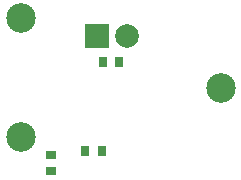
<source format=gbr>
%TF.GenerationSoftware,KiCad,Pcbnew,(5.1.10)-1*%
%TF.CreationDate,2021-08-06T13:29:55-07:00*%
%TF.ProjectId,dogbone,646f6762-6f6e-4652-9e6b-696361645f70,rev?*%
%TF.SameCoordinates,Original*%
%TF.FileFunction,Soldermask,Top*%
%TF.FilePolarity,Negative*%
%FSLAX46Y46*%
G04 Gerber Fmt 4.6, Leading zero omitted, Abs format (unit mm)*
G04 Created by KiCad (PCBNEW (5.1.10)-1) date 2021-08-06 13:29:55*
%MOMM*%
%LPD*%
G01*
G04 APERTURE LIST*
%ADD10R,0.725000X0.900000*%
%ADD11R,0.900000X0.725000*%
%ADD12C,2.000000*%
%ADD13R,2.000000X2.000000*%
%ADD14C,2.500000*%
G04 APERTURE END LIST*
D10*
%TO.C,R3*%
X55584500Y-88455500D03*
X56959500Y-88455500D03*
%TD*%
%TO.C,R2*%
X55499000Y-95948500D03*
X54124000Y-95948500D03*
%TD*%
D11*
%TO.C,R1*%
X51257200Y-96313400D03*
X51257200Y-97688400D03*
%TD*%
D12*
%TO.C,BZ1*%
X57618000Y-86233000D03*
D13*
X55118000Y-86233000D03*
%TD*%
D14*
%TO.C,H3*%
X65577000Y-90623000D03*
%TD*%
%TO.C,H2*%
X48634000Y-94760000D03*
%TD*%
%TO.C,H1*%
X48634000Y-84740000D03*
%TD*%
M02*

</source>
